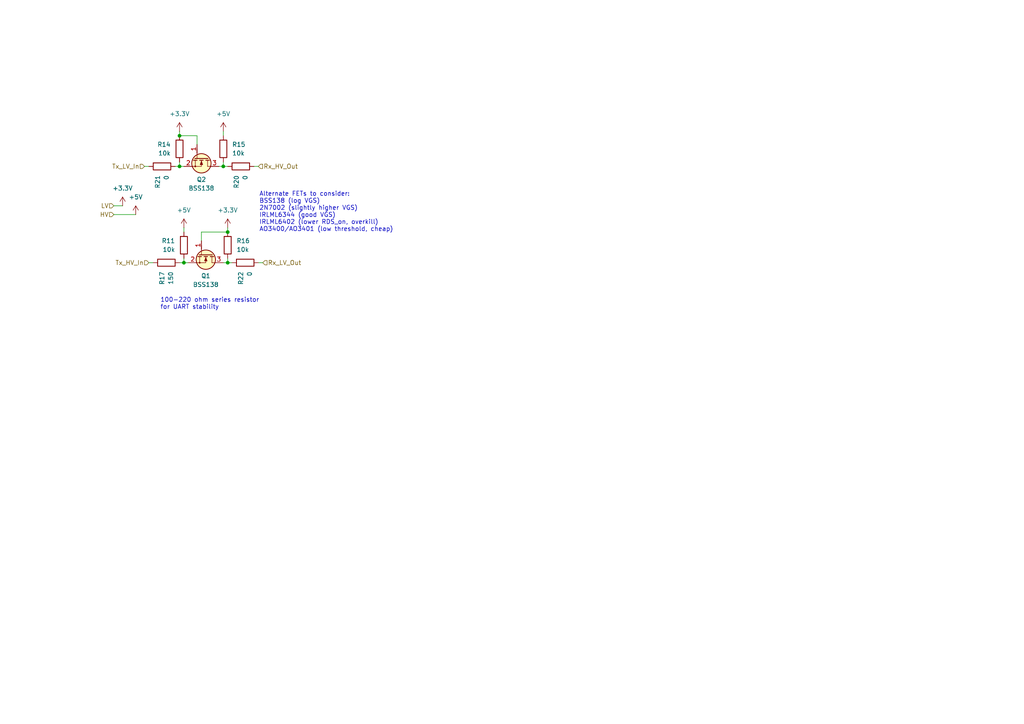
<source format=kicad_sch>
(kicad_sch (version 20250114) (generator "eeschema") (generator_version "9.0")
  (paper "A4")
  (lib_symbols
    (symbol "Device:R" (pin_numbers (hide yes)) (pin_names (offset 0))
      (property "Reference" "R" (at 2.032 0 90))
      (property "Value" "R" (at 0 0 90))
      (symbol "R_0_1"
        (rectangle (start -1.016 -2.54) (end 1.016 2.54) (stroke (width 0.254)))
      )
      (symbol "R_1_1"
        (pin passive line (at 0 3.81 270) (length 1.27) (name "~") (number "1"))
        (pin passive line (at 0 -3.81 90) (length 1.27) (name "~") (number "2"))
      )
    )
    (symbol "PCM_Transistor_MOSFET_AKL:BSS138" (pin_names (hide yes))
      (property "Reference" "Q" (at 5.08 1.27 0))
      (property "Value" "BSS138" (at 5.08 -1.27 0))
      (symbol "BSS138_0_1"
        (polyline (pts (xy 0.254 1.905) (xy 0.254 -1.905)) (stroke (width 0.254)))
        (polyline (pts (xy 0.254 -1.27) (xy -2.54 -1.27)))
        (polyline (pts (xy 0.762 2.286) (xy 0.762 1.27)) (stroke (width 0.254)))
        (polyline (pts (xy 0.762 0.508) (xy 0.762 -0.508)) (stroke (width 0.254)))
        (polyline (pts (xy 0.762 -1.27) (xy 0.762 -2.286)) (stroke (width 0.254)))
        (polyline (pts (xy 0.762 -1.778) (xy 2.54 -1.778)))
        (polyline (pts (xy 1.016 0) (xy 2.032 0.381) (xy 2.032 -0.381) (xy 1.016 0)) (fill (type outline)))
        (circle (center 1.651 0) (radius 2.794) (stroke (width 0.254)) (fill (type background)))
        (polyline (pts (xy 2.54 2.54) (xy 2.54 1.778)))
        (polyline (pts (xy 2.54 1.778) (xy 0.762 1.778)))
        (circle (center 2.54 -1.778) (radius 0.1778) (fill (type outline)))
        (polyline (pts (xy 2.54 -2.54) (xy 2.54 0) (xy 0.762 0)))
      )
      (symbol "BSS138_1_1"
        (pin input line (at -3.81 -1.27 0) (length 2.54) (name "G") (number "1"))
        (pin passive line (at 2.54 5.08 270) (length 2.54) (name "D") (number "3"))
        (pin passive line (at 2.54 -5.08 90) (length 2.54) (name "S") (number "2"))
      )
    )
    (symbol "power:+3.3V" (power) (pin_numbers (hide yes)) (pin_names (offset 0) (hide yes))
      (property "Value" "+3.3V" (at 0 3.556 0))
      (symbol "+3.3V_0_1"
        (polyline (pts (xy -0.762 1.27) (xy 0 2.54)))
        (polyline (pts (xy 0 2.54) (xy 0.762 1.27)))
        (polyline (pts (xy 0 0) (xy 0 2.54)))
      )
      (symbol "+3.3V_1_1"
        (pin power_in line (at 0 0 90) (length 0) (name "~") (number "1"))
      )
    )
    (symbol "power:+5V" (power) (pin_numbers (hide yes)) (pin_names (offset 0) (hide yes))
      (property "Value" "+5V" (at 0 3.556 0))
      (symbol "+5V_0_1"
        (polyline (pts (xy -0.762 1.27) (xy 0 2.54)))
        (polyline (pts (xy 0 2.54) (xy 0.762 1.27)))
        (polyline (pts (xy 0 0) (xy 0 2.54)))
      )
      (symbol "+5V_1_1"
        (pin power_in line (at 0 0 90) (length 0) (name "~") (number "1"))
      )
    )
  )
  (text "100-220 ohm series resistor \nfor UART stability" (at 46.482 88.138 0) (effects (font (size 1.27 1.27)) (justify left)))
  (text "Alternate FETs to consider:\nBSS138 (log VGS)\n2N7002 (slightly higher VGS)\nIRLML6344 (good VGS)\nIRLML6402 (lower RDS_on, overkill)\nAO3400/AO3401 (low threshold, cheap)" (at 75.184 61.468 0) (effects (font (size 1.27 1.27)) (justify left)))
  (junction (at 66.04 76.2))
  (junction (at 64.77 48.26))
  (junction (at 66.04 67.31))
  (junction (at 52.07 48.26))
  (junction (at 52.07 39.37))
  (junction (at 53.34 76.2))
  (wire (pts (xy 58.42 67.31) (xy 66.04 67.31)))
  (wire (pts (xy 64.77 76.2) (xy 66.04 76.2)))
  (wire (pts (xy 41.91 48.26) (xy 43.18 48.26)))
  (wire (pts (xy 43.18 76.2) (xy 44.45 76.2)))
  (wire (pts (xy 63.5 48.26) (xy 64.77 48.26)))
  (wire (pts (xy 73.66 48.26) (xy 74.93 48.26)))
  (wire (pts (xy 64.77 46.99) (xy 64.77 48.26)))
  (wire (pts (xy 57.15 39.37) (xy 52.07 39.37)))
  (wire (pts (xy 66.04 74.93) (xy 66.04 76.2)))
  (wire (pts (xy 76.2 76.2) (xy 74.93 76.2)))
  (wire (pts (xy 66.04 76.2) (xy 67.31 76.2)))
  (wire (pts (xy 53.34 66.04) (xy 53.34 67.31)))
  (wire (pts (xy 58.42 69.85) (xy 58.42 67.31)))
  (wire (pts (xy 52.07 38.1) (xy 52.07 39.37)))
  (wire (pts (xy 64.77 48.26) (xy 66.04 48.26)))
  (wire (pts (xy 52.07 48.26) (xy 53.34 48.26)))
  (wire (pts (xy 64.77 38.1) (xy 64.77 39.37)))
  (wire (pts (xy 52.07 46.99) (xy 52.07 48.26)))
  (wire (pts (xy 66.04 66.04) (xy 66.04 67.31)))
  (wire (pts (xy 57.15 41.91) (xy 57.15 39.37)))
  (wire (pts (xy 52.07 76.2) (xy 53.34 76.2)))
  (wire (pts (xy 33.02 59.69) (xy 35.56 59.69)))
  (wire (pts (xy 50.8 48.26) (xy 52.07 48.26)))
  (wire (pts (xy 53.34 74.93) (xy 53.34 76.2)))
  (wire (pts (xy 53.34 76.2) (xy 54.61 76.2)))
  (wire (pts (xy 33.02 62.23) (xy 39.37 62.23)))
  (hierarchical_label "HV" (shape input) (at 33.02 62.23 180))
  (hierarchical_label "Tx_HV_In" (shape input) (at 43.18 76.2 180))
  (hierarchical_label "Tx_LV_In" (shape input) (at 41.91 48.26 180))
  (hierarchical_label "Rx_LV_Out" (shape input) (at 76.2 76.2 0))
  (hierarchical_label "Rx_HV_Out" (shape input) (at 74.93 48.26 0))
  (hierarchical_label "LV" (shape input) (at 33.02 59.69 180))
  (symbol (lib_id "power:+5V") (at 39.37 62.23 0) (unit 1)
    (property "Reference" "#PWR0139" (effects (hide yes)))
    (property "Value" "+5V" (at 39.37 57.15 0))
    (property "Description" "Power symbol creates a global label with name \"+5V\"" (effects (hide yes)))
  )
  (symbol (lib_id "Device:R") (at 52.07 43.18 0) (mirror x) (unit 1)
    (property "Reference" "R14" (at 49.53 41.9099 0) (effects (justify right)))
    (property "Value" "10k" (at 49.53 44.4499 0) (effects (justify right)))
    (property "Footprint" "Resistor_SMD:R_0805_2012Metric" (effects (hide yes)))
    (property "Description" "Resistor" (effects (hide yes)))
  )
  (symbol (lib_id "PCM_Transistor_MOSFET_AKL:BSS138") (at 59.69 73.66 270) (unit 1)
    (property "Reference" "Q1" (at 59.69 80.01 90))
    (property "Value" "BSS138" (at 59.69 82.55 90))
    (property "Footprint" "Package_TO_SOT_SMD:SOT-23_Handsoldering" (effects (hide yes)))
    (property "Datasheet" "https://www.tme.eu/Document/2b32cdd3c66afedbcd628e73d93ae817/BSS138-7-F.pdf" (effects (hide yes)))
    (property "Description" "SOT-23 N-MOSFET enchancement mode transistor, 50V, 200mA, 300mW, Alternate KiCAD Library" (effects (hide yes)))
  )
  (symbol (lib_id "Device:R") (at 53.34 71.12 0) (mirror x) (unit 1)
    (property "Reference" "R11" (at 50.8 69.8499 0) (effects (justify right)))
    (property "Value" "10k" (at 50.8 72.3899 0) (effects (justify right)))
    (property "Footprint" "Resistor_SMD:R_0805_2012Metric" (effects (hide yes)))
    (property "Description" "Resistor" (effects (hide yes)))
  )
  (symbol (lib_id "Device:R") (at 71.12 76.2 270) (mirror x) (unit 1)
    (property "Reference" "R22" (at 69.8499 78.74 0) (effects (justify right)))
    (property "Value" "0" (at 72.3899 78.74 0) (effects (justify right)))
    (property "Footprint" "Resistor_SMD:R_0805_2012Metric" (effects (hide yes)))
    (property "Description" "Resistor" (effects (hide yes)))
  )
  (symbol (lib_id "Device:R") (at 64.77 43.18 180) (unit 1)
    (property "Reference" "R15" (at 67.31 41.9099 0) (effects (justify right)))
    (property "Value" "10k" (at 67.31 44.4499 0) (effects (justify right)))
    (property "Footprint" "Resistor_SMD:R_0805_2012Metric" (effects (hide yes)))
    (property "Description" "Resistor" (effects (hide yes)))
  )
  (symbol (lib_id "Device:R") (at 46.99 48.26 270) (mirror x) (unit 1)
    (property "Reference" "R21" (at 45.7199 50.8 0) (effects (justify right)))
    (property "Value" "0" (at 48.2599 50.8 0) (effects (justify right)))
    (property "Footprint" "Resistor_SMD:R_0805_2012Metric" (effects (hide yes)))
    (property "Description" "Resistor" (effects (hide yes)))
  )
  (symbol (lib_id "Device:R") (at 69.85 48.26 270) (mirror x) (unit 1)
    (property "Reference" "R20" (at 68.5799 50.8 0) (effects (justify right)))
    (property "Value" "0" (at 71.1199 50.8 0) (effects (justify right)))
    (property "Footprint" "Resistor_SMD:R_0805_2012Metric" (effects (hide yes)))
    (property "Description" "Resistor" (effects (hide yes)))
  )
  (symbol (lib_id "power:+5V") (at 64.77 38.1 0) (unit 1)
    (property "Reference" "#PWR0143" (effects (hide yes)))
    (property "Value" "+5V" (at 64.77 33.02 0))
    (property "Description" "Power symbol creates a global label with name \"+5V\"" (effects (hide yes)))
  )
  (symbol (lib_id "power:+3.3V") (at 52.07 38.1 0) (unit 1)
    (property "Reference" "#PWR0142" (effects (hide yes)))
    (property "Value" "+3.3V" (at 52.07 33.02 0))
    (property "Description" "Power symbol creates a global label with name \"+3.3V\"" (effects (hide yes)))
  )
  (symbol (lib_id "Device:R") (at 48.26 76.2 270) (mirror x) (unit 1)
    (property "Reference" "R17" (at 46.9899 78.74 0) (effects (justify right)))
    (property "Value" "150" (at 49.5299 78.74 0) (effects (justify right)))
    (property "Footprint" "Resistor_SMD:R_0805_2012Metric" (effects (hide yes)))
    (property "Description" "Resistor" (effects (hide yes)))
  )
  (symbol (lib_id "power:+3.3V") (at 66.04 66.04 0) (unit 1)
    (property "Reference" "#PWR0158" (effects (hide yes)))
    (property "Value" "+3.3V" (at 66.04 60.96 0))
    (property "Description" "Power symbol creates a global label with name \"+3.3V\"" (effects (hide yes)))
  )
  (symbol (lib_id "Device:R") (at 66.04 71.12 180) (unit 1)
    (property "Reference" "R16" (at 68.58 69.8499 0) (effects (justify right)))
    (property "Value" "10k" (at 68.58 72.3899 0) (effects (justify right)))
    (property "Footprint" "Resistor_SMD:R_0805_2012Metric" (effects (hide yes)))
    (property "Description" "Resistor" (effects (hide yes)))
  )
  (symbol (lib_id "power:+5V") (at 53.34 66.04 0) (unit 1)
    (property "Reference" "#PWR0159" (effects (hide yes)))
    (property "Value" "+5V" (at 53.34 60.96 0))
    (property "Description" "Power symbol creates a global label with name \"+5V\"" (effects (hide yes)))
  )
  (symbol (lib_id "PCM_Transistor_MOSFET_AKL:BSS138") (at 58.42 45.72 270) (unit 1)
    (property "Reference" "Q2" (at 58.42 52.07 90))
    (property "Value" "BSS138" (at 58.42 54.61 90))
    (property "Footprint" "Package_TO_SOT_SMD:SOT-23_Handsoldering" (effects (hide yes)))
    (property "Datasheet" "https://www.tme.eu/Document/2b32cdd3c66afedbcd628e73d93ae817/BSS138-7-F.pdf" (effects (hide yes)))
    (property "Description" "SOT-23 N-MOSFET enchancement mode transistor, 50V, 200mA, 300mW, Alternate KiCAD Library" (effects (hide yes)))
  )
  (symbol (lib_id "power:+3.3V") (at 35.56 59.69 0) (unit 1)
    (property "Reference" "#PWR0138" (effects (hide yes)))
    (property "Value" "+3.3V" (at 35.56 54.61 0))
    (property "Description" "Power symbol creates a global label with name \"+3.3V\"" (effects (hide yes)))
  )
)
</source>
